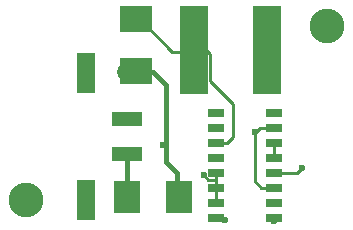
<source format=gtl>
G04*
G04 #@! TF.GenerationSoftware,Altium Limited,Altium Designer,19.0.13 (425)*
G04*
G04 Layer_Physical_Order=1*
G04 Layer_Color=255*
%FSLAX25Y25*%
%MOIN*%
G70*
G01*
G75*
%ADD20R,0.05709X0.02638*%
%ADD21R,0.06496X0.13504*%
%ADD22R,0.10000X0.05000*%
%ADD23R,0.08500X0.10799*%
%ADD24R,0.10799X0.08500*%
%ADD25R,0.09449X0.29528*%
%ADD26C,0.01500*%
%ADD27C,0.00984*%
%ADD28C,0.11600*%
%ADD29C,0.02362*%
%ADD30C,0.05000*%
D20*
X104429Y77758D02*
D03*
Y72758D02*
D03*
Y67758D02*
D03*
Y62758D02*
D03*
Y57758D02*
D03*
Y52758D02*
D03*
Y47758D02*
D03*
Y42758D02*
D03*
X123917D02*
D03*
Y47758D02*
D03*
Y52758D02*
D03*
Y57758D02*
D03*
Y62758D02*
D03*
Y67758D02*
D03*
Y72758D02*
D03*
Y77758D02*
D03*
D21*
X61102Y48662D02*
D03*
Y91102D02*
D03*
D22*
X74606Y75788D02*
D03*
Y63976D02*
D03*
D23*
X74764Y49606D02*
D03*
X92165D02*
D03*
D24*
X77756Y109095D02*
D03*
Y91693D02*
D03*
D25*
X121457Y98819D02*
D03*
X97047D02*
D03*
D26*
X83465Y91339D02*
X87598Y87205D01*
Y61516D02*
Y87205D01*
Y61516D02*
X91535Y57579D01*
Y50000D02*
Y57579D01*
X74606Y50335D02*
Y62758D01*
D27*
X100394Y56924D02*
Y57087D01*
Y56924D02*
X101784Y55534D01*
X104429D01*
X105169Y42018D02*
X107610D01*
X107283Y42088D02*
X107540D01*
X107610Y42018D01*
X78937Y109055D02*
X89921Y98071D01*
X102428Y88517D02*
Y97572D01*
X108183Y67829D02*
X110236Y69882D01*
X104500Y67829D02*
X108183D01*
X104429Y67758D02*
X104500Y67829D01*
X110236Y69882D02*
Y80709D01*
X102428Y88517D02*
X110236Y80709D01*
X117421Y71131D02*
X119009Y72719D01*
X117271Y71282D02*
X117421Y71131D01*
X123917Y72758D02*
X123957Y72798D01*
X123917Y57758D02*
X131358D01*
X133071Y59471D01*
X96299Y98071D02*
X97047Y98819D01*
X89921Y98071D02*
X96299D01*
X104429Y42758D02*
X105169Y42018D01*
X104429Y55534D02*
Y57758D01*
Y52758D02*
Y55534D01*
Y47758D02*
Y52758D01*
X101181Y98819D02*
X102428Y97572D01*
X123878Y72719D02*
X123917Y72758D01*
X119009Y72719D02*
X123878D01*
X117421Y54931D02*
Y71131D01*
Y54931D02*
X119554Y52798D01*
X123878D01*
X123917Y52758D01*
Y62758D02*
Y67758D01*
D28*
X141417Y106905D02*
D03*
X41024Y48679D02*
D03*
D29*
X86614Y66929D02*
D03*
X70866Y76128D02*
D03*
X100394Y57087D02*
D03*
X107283Y42088D02*
D03*
X117271Y71282D02*
D03*
X133071Y59471D02*
D03*
X121736Y99606D02*
D03*
X123622Y41754D02*
D03*
D30*
X73819Y91535D02*
D03*
M02*

</source>
